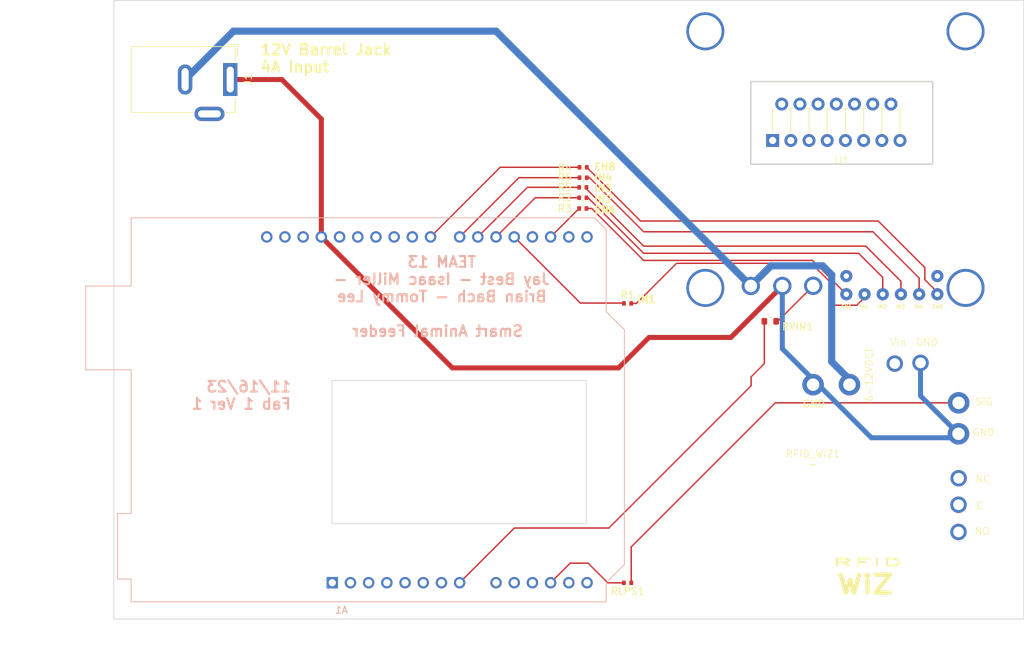
<source format=kicad_pcb>
(kicad_pcb (version 20221018) (generator pcbnew)
  (layers (0 "F.Cu" signal) (31 "B.Cu" signal) (34 "B.Paste" user) (35 "F.Paste" user) (36 "B.SilkS" user "B.Silkscreen") (37 "F.SilkS" user "F.Silkscreen") (38 "B.Mask" user) (39 "F.Mask" user) (44 "Edge.Cuts" user))
  (net 0 "")
  (net 8 "GND")
  (net 15 "Net-(A1-VIN)")
  (net 28 "/Motor voltage 2 -")
  (net 29 "/Motor voltage 2 +")
  (net 31 "Net-(U1-IN1)")
  (net 32 "Net-(A1-D7)")
  (net 33 "Net-(A1-D6)")
  (net 34 "Net-(U1-EnA)")
  (net 35 "Net-(U1-IN2)")
  (net 36 "Net-(U1-IN3)")
  (net 37 "Net-(U1-EnB)")
  (net 38 "Net-(U1-IN4)")
  (net 39 "Net-(A1-D8)")
  (net 41 "Net-(U1-Vs)")
  (net 42 "unconnected-(A1-D12-Pad27)")
  (net 43 "Net-(A1-A3)")
  (net 44 "/12V Power Supply Input; 4A")
  (net 45 "/m ctrl 2")
  (net 46 "/m ctrl 1")
  (net 47 "/enable pin A")
  (net 48 "Net-(RFID_WIZ1-SIG)")
  (net 49 "/Motor voltage 1 -")
  (net 50 "/Motor voltage 1 +")
  (footprint "Connector_BarrelJack:BarrelJack_GCT_DCJ200-10-A_Horizontal" (layer "F.Cu") (at 115.3 23.75 -90)
    (fp_text reference "J1" (at 0 -2.5 90) (layer "F.SilkS"))
    (fp_text value "Barrel_Jack")
    (fp_line (start -4.9 -1) (end -4.9 0.3) (stroke (width 0.12)) (layer "F.SilkS"))
    (fp_line (start -4.6 -0.7) (end -2.6 -0.7) (stroke (width 0.12)) (layer "F.SilkS"))
    (fp_line (start -4.6 13.8) (end -4.6 -0.7) (stroke (width 0.12)) (layer "F.SilkS"))
    (fp_line (start -3.2 -1) (end -4.9 -1) (stroke (width 0.12)) (layer "F.SilkS"))
    (fp_line (start 2.6 -0.7) (end 4.6 -0.7) (stroke (width 0.12)) (layer "F.SilkS"))
    (fp_line (start 4.6 -0.7) (end 4.6 0.6) (stroke (width 0.12)) (layer "F.SilkS"))
    (fp_line (start 4.6 5.2) (end 4.6 13.8) (stroke (width 0.12)) (layer "F.SilkS"))
    (fp_line (start 4.6 13.8) (end -4.6 13.8) (stroke (width 0.12)) (layer "F.SilkS"))
    (pad "1" thru_hole rect (at 0 0 270) (size 4.6 2) (drill oval 3.6 1) (layers "*.Cu" "*.Mask") (net 8 "GND"))
    (pad "2" thru_hole oval (at 0 6.3 270) (size 4.2 2) (drill oval 3.2 1) (layers "*.Cu" "*.Mask") (net 44 "/12V Power Supply Input; 4A"))
    (pad "3" thru_hole oval (at 4.8 2.9 270) (size 2 4.2) (drill oval 1 3.2) (layers "*.Cu" "*.Mask"))
  )
  (footprint "Resistor_SMD:R_0402_1005Metric" (layer "F.Cu") (at 164.51 38.8)
    (fp_text reference "R5" (at -2.51 0) (layer "F.SilkS"))
    (fp_text value "R_US" hide)
    (fp_line (start -0.153641 -0.38) (end 0.153641 -0.38) (stroke (width 0.12)) (layer "F.SilkS"))
    (fp_line (start -0.153641 0.38) (end 0.153641 0.38) (stroke (width 0.12)) (layer "F.SilkS"))
    (pad "1" smd roundrect (at -0.51 0) (size 0.54 0.64) (layers "F.Cu" "F.Paste" "F.Mask") (net 33 "Net-(A1-D6)"))
    (pad "2" smd roundrect (at 0.51 0) (size 0.54 0.64) (layers "F.Cu" "F.Paste" "F.Mask") (net 36 "Net-(U1-IN3)"))
  )
  (footprint "Resistor_SMD:R_0402_1005Metric" (layer "F.Cu") (at 170.76 55)
    (fp_text reference "R1" (at 0 -1.17) (layer "F.SilkS"))
    (fp_text value "R_US" hide)
    (fp_line (start -0.153641 -0.38) (end 0.153641 -0.38) (stroke (width 0.12)) (layer "F.SilkS"))
    (fp_line (start -0.153641 0.38) (end 0.153641 0.38) (stroke (width 0.12)) (layer "F.SilkS"))
    (pad "1" smd roundrect (at -0.51 0) (size 0.54 0.64) (layers "F.Cu" "F.Paste" "F.Mask") (net 46 "/m ctrl 1"))
    (pad "2" smd roundrect (at 0.51 0) (size 0.54 0.64) (layers "F.Cu" "F.Paste" "F.Mask") (net 31 "Net-(U1-IN1)"))
  )
  (footprint "Resistor_SMD:R_0402_1005Metric" (layer "F.Cu") (at 170.76 94 180)
    (fp_text reference "RLPS1" (at 0 -1.17) (layer "F.SilkS"))
    (fp_text value "R_Small_US" hide)
    (fp_line (start -0.153641 -0.38) (end 0.153641 -0.38) (stroke (width 0.12)) (layer "F.SilkS"))
    (fp_line (start -0.153641 0.38) (end 0.153641 0.38) (stroke (width 0.12)) (layer "F.SilkS"))
    (pad "1" smd roundrect (at -0.51 0 180) (size 0.54 0.64) (layers "F.Cu" "F.Paste" "F.Mask") (net 48 "Net-(RFID_WIZ1-SIG)"))
    (pad "2" smd roundrect (at 0.51 0 180) (size 0.54 0.64) (layers "F.Cu" "F.Paste" "F.Mask") (net 43 "Net-(A1-A3)"))
  )
  (footprint "RFID:L298N" (layer "F.Cu") (at 200.66 35.56)
    (fp_text reference "U1" (at 0 -0.5 unlocked) (layer "F.SilkS") (effects (font (thickness 0.1))))
    (fp_text value "L298N")
    (fp_text user "IN4" (at 10.033 20.193 unlocked) (layer "F.SilkS") (effects (font (size 0.5 0.5) (thickness 0.1)) (justify left bottom)))
    (fp_text user "IN2" (at 4.953 20.193 unlocked) (layer "F.SilkS") (effects (font (size 0.5 0.5) (thickness 0.1)) (justify left bottom)))
    (fp_text user "ENA" (at -0.127 20.193 unlocked) (layer "F.SilkS") (effects (font (size 0.5 0.5) (thickness 0.1)) (justify left bottom)))
    (fp_text user "ENB" (at 12.573 20.193 unlocked) (layer "F.SilkS") (effects (font (size 0.5 0.5) (thickness 0.1)) (justify left bottom)))
    (fp_text user "IN1" (at 2.413 20.193 unlocked) (layer "F.SilkS") (effects (font (size 0.5 0.5) (thickness 0.1)) (justify left bottom)))
    (fp_text user "IN3" (at 7.493 20.193 unlocked) (layer "F.SilkS") (effects (font (size 0.5 0.5) (thickness 0.1)) (justify left bottom)))
    (fp_line (start -9.652 -7.761) (end -9.652 -4.352) (stroke (width 0.12)) (layer "F.SilkS"))
    (fp_line (start -7.457 -7.761) (end -6.766 -7.761) (stroke (width 0.12)) (layer "F.SilkS"))
    (fp_line (start -7.112 -7.761) (end -7.112 -4.367) (stroke (width 0.12)) (layer "F.SilkS"))
    (fp_line (start -4.917 -7.761) (end -4.226 -7.761) (stroke (width 0.12)) (layer "F.SilkS"))
    (fp_line (start -4.572 -7.761) (end -4.572 -4.367) (stroke (width 0.12)) (layer "F.SilkS"))
    (fp_line (start -2.377 -7.761) (end -1.686 -7.761) (stroke (width 0.12)) (layer "F.SilkS"))
    (fp_line (start -2.032 -7.761) (end -2.032 -4.367) (stroke (width 0.12)) (layer "F.SilkS"))
    (fp_line (start 0.163 -7.761) (end 0.854 -7.761) (stroke (width 0.12)) (layer "F.SilkS"))
    (fp_line (start 0.508 -7.761) (end 0.508 -4.367) (stroke (width 0.12)) (layer "F.SilkS"))
    (fp_line (start 2.703 -7.761) (end 3.394 -7.761) (stroke (width 0.12)) (layer "F.SilkS"))
    (fp_line (start 3.048 -7.761) (end 3.048 -4.367) (stroke (width 0.12)) (layer "F.SilkS"))
    (fp_line (start 5.243 -7.761) (end 5.934 -7.761) (stroke (width 0.12)) (layer "F.SilkS"))
    (fp_line (start 5.588 -7.761) (end 5.588 -4.367) (stroke (width 0.12)) (layer "F.SilkS"))
    (fp_line (start 8.128 -7.761) (end 8.128 -4.367) (stroke (width 0.12)) (layer "F.SilkS"))
    (pad "1" thru_hole rect (at -9.652 -3.302) (size 1.8 1.8) (drill 1) (layers "*.Cu" "*.Mask"))
    (pad "2" thru_hole oval (at -8.382 -8.382) (size 1.8 1.8) (drill 1) (layers "*.Cu" "*.Mask") (net 49 "/Motor voltage 1 -"))
    (pad "3" thru_hole oval (at -7.112 -3.302) (size 1.8 1.8) (drill 1) (layers "*.Cu" "*.Mask") (net 50 "/Motor voltage 1 +"))
    (pad "4" thru_hole oval (at -5.842 -8.382) (size 1.8 1.8) (drill 1) (layers "*.Cu" "*.Mask"))
    (pad "5" thru_hole oval (at -4.572 -3.302) (size 1.8 1.8) (drill 1) (layers "*.Cu" "*.Mask"))
    (pad "6" thru_hole oval (at -3.302 -8.382) (size 1.8 1.8) (drill 1) (layers "*.Cu" "*.Mask"))
    (pad "7" thru_hole oval (at -2.032 -3.302) (size 1.8 1.8) (drill 1) (layers "*.Cu" "*.Mask"))
    (pad "8" thru_hole oval (at -0.762 -8.382) (size 1.8 1.8) (drill 1) (layers "*.Cu" "*.Mask"))
    (pad "9" thru_hole oval (at 0.508 -3.302) (size 1.8 1.8) (drill 1) (layers "*.Cu" "*.Mask"))
    (pad "10" thru_hole oval (at 1.778 -8.382) (size 1.8 1.8) (drill 1) (layers "*.Cu" "*.Mask"))
    (pad "11" thru_hole oval (at 3.048 -3.302) (size 1.8 1.8) (drill 1) (layers "*.Cu" "*.Mask"))
    (pad "12" thru_hole oval (at 4.318 -8.382) (size 1.8 1.8) (drill 1) (layers "*.Cu" "*.Mask"))
    (pad "13" thru_hole oval (at 5.588 -3.302) (size 1.8 1.8) (drill 1) (layers "*.Cu" "*.Mask") (net 28 "/Motor voltage 2 -"))
    (pad "14" thru_hole oval (at 6.858 -8.382) (size 1.8 1.8) (drill 1) (layers "*.Cu" "*.Mask") (net 29 "/Motor voltage 2 +"))
    (pad "15" thru_hole oval (at 8.128 -3.302) (size 1.8 1.8) (drill 1) (layers "*.Cu" "*.Mask"))
    (pad "23" thru_hole circle (at 0.635 18.161) (size 1.7 1.7) (drill 0.762) (layers "*.Cu" "*.Mask") (net 34 "Net-(U1-EnA)"))
    (pad "24" thru_hole circle (at 0.635 15.621) (size 1.7 1.7) (drill 0.762) (layers "*.Cu" "*.Mask"))
    (pad "25" thru_hole circle (at -19.05 -18.542) (size 5.3 5.3) (drill 4.55) (layers "*.Cu" "*.Mask"))
    (pad "25" thru_hole circle (at -19.05 17.272) (size 5.3 5.3) (drill 4.55) (layers "*.Cu" "*.Mask"))
    (pad "25" thru_hole circle (at 17.272 -18.542) (size 5.3 5.3) (drill 4.55) (layers "*.Cu" "*.Mask"))
    (pad "25" thru_hole circle (at 17.272 17.272) (size 5.3 5.3) (drill 4.5) (layers "*.Cu" "*.Mask"))
    (pad "26" thru_hole circle (at 3.175 18.161) (size 1.7 1.7) (drill 0.762) (layers "*.Cu" "*.Mask") (net 31 "Net-(U1-IN1)"))
    (pad "27" thru_hole circle (at 5.715 18.161) (size 1.7 1.7) (drill 0.762) (layers "*.Cu" "*.Mask") (net 35 "Net-(U1-IN2)"))
    (pad "28" thru_hole circle (at 8.255 18.161) (size 1.7 1.7) (drill 0.762) (layers "*.Cu" "*.Mask") (net 36 "Net-(U1-IN3)"))
    (pad "29" thru_hole circle (at 10.795 18.161) (size 1.7 1.7) (drill 0.762) (layers "*.Cu" "*.Mask") (net 38 "Net-(U1-IN4)"))
    (pad "30" thru_hole circle (at 13.335 18.161) (size 1.7 1.7) (drill 0.762) (layers "*.Cu" "*.Mask") (net 37 "Net-(U1-EnB)"))
    (pad "31" thru_hole circle (at 13.335 15.621) (size 1.7 1.7) (drill 0.762) (layers "*.Cu" "*.Mask"))
    (pad "32" thru_hole circle (at -3.99 16.98) (size 2.55 2.55) (drill 1.75) (layers "*.Cu" "*.Mask") (net 41 "Net-(U1-Vs)"))
    (pad "33" thru_hole circle (at -8.3 17) (size 2.55 2.55) (drill 1.75) (layers "*.Cu" "*.Mask") (net 8 "GND"))
    (pad "34" thru_hole circle (at -12.7 17) (size 2.55 2.55) (drill 1.75) (layers "*.Cu" "*.Mask") (net 44 "/12V Power Supply Input; 4A"))
  )
  (footprint "Resistor_SMD:R_0402_1005Metric" (layer "F.Cu") (at 164.51 41.75)
    (fp_text reference "R3" (at -2.51 0) (layer "F.SilkS"))
    (fp_text value "R_US" hide)
    (fp_line (start -0.153641 -0.38) (end 0.153641 -0.38) (stroke (width 0.12)) (layer "F.SilkS"))
    (fp_line (start -0.153641 0.38) (end 0.153641 0.38) (stroke (width 0.12)) (layer "F.SilkS"))
    (pad "1" smd roundrect (at -0.51 0) (size 0.54 0.64) (layers "F.Cu" "F.Paste" "F.Mask") (net 47 "/enable pin A"))
    (pad "2" smd roundrect (at 0.51 0) (size 0.54 0.64) (layers "F.Cu" "F.Paste" "F.Mask") (net 34 "Net-(U1-EnA)"))
  )
  (footprint "Resistor_SMD:R_0402_1005Metric" (layer "F.Cu") (at 164.51 40.25)
    (fp_text reference "R2" (at -2.51 -0.05) (layer "F.SilkS"))
    (fp_text value "R_US" hide)
    (fp_line (start -0.153641 -0.38) (end 0.153641 -0.38) (stroke (width 0.12)) (layer "F.SilkS"))
    (fp_line (start -0.153641 0.38) (end 0.153641 0.38) (stroke (width 0.12)) (layer "F.SilkS"))
    (pad "1" smd roundrect (at -0.51 0) (size 0.54 0.64) (layers "F.Cu" "F.Paste" "F.Mask") (net 45 "/m ctrl 2"))
    (pad "2" smd roundrect (at 0.51 0) (size 0.54 0.64) (layers "F.Cu" "F.Paste" "F.Mask") (net 35 "Net-(U1-IN2)"))
  )
  (footprint "RFID:RFID_WIZ" (layer "F.Cu") (at 196.65 76.5)
    (fp_text reference "RFID_WIZ1" (at 0 -0.5 unlocked) (layer "F.SilkS") (effects (font (thickness 0.1))))
    (fp_text value "~" (at 0 1 unlocked) (layer "F.SilkS"))
    (fp_text user "GND" (at -1.5 -6.9 unlocked) (layer "F.SilkS") (effects (justify left bottom)))
    (fp_text user "GND" (at 14.3 -15.5 unlocked) (layer "F.SilkS") (effects (font (thickness 0.1)) (justify left bottom)))
    (fp_text user "WiZ" (at 7.3 19.2 unlocked) (layer "F.SilkS") (effects (font (size 2.5 3) (thickness 0.6) bold) (justify bottom)))
    (fp_text user "NO" (at 22.5 10.9 unlocked) (layer "F.SilkS") (effects (font (thickness 0.1)) (justify left bottom)))
    (fp_text user "NC" (at 22.6 3.6 unlocked) (layer "F.SilkS") (effects (font (thickness 0.1)) (justify left bottom)))
    (fp_text user "C" (at 22.7 7.3 unlocked) (layer "F.SilkS") (effects (font (thickness 0.1)) (justify left bottom)))
    (fp_text user "6-12VDC!" (at 8.4 -7.7 90 unlocked) (layer "F.SilkS") (effects (font (thickness 0.1)) (justify left bottom)))
    (fp_text user "Vin" (at 10.7 -15.5 unlocked) (layer "F.SilkS") (effects (font (thickness 0.1)) (justify left bottom)))
    (fp_text user "RFID" (at 7.62 15.24 unlocked) (layer "F.SilkS") (effects (font (size 1 3) (thickness 0.25) bold) (justify bottom)))
    (fp_text user "GND" (at 22.2 -2.9 unlocked) (layer "F.SilkS") (effects (font (thickness 0.1)) (justify left bottom)))
    (fp_text user "SIG" (at 22.6 -7.2 unlocked) (layer "F.SilkS") (effects (font (thickness 0.1)) (justify left bottom)))
    (pad "" np_thru_hole circle (at -20.2 -12.8) (size 5 5) (drill 5) (layers "F&B.Cu" "*.Mask"))
    (pad "" np_thru_hole circle (at -20.2 15.6) (size 5 5) (drill 5) (layers "F&B.Cu" "*.Mask"))
    (pad "" np_thru_hole circle (at 20.6 16) (size 5 5) (drill 5) (layers "F&B.Cu" "*.Mask"))
    (pad "" np_thru_hole circle (at 21.3 -13.6) (size 5 5) (drill 5) (layers "F&B.Cu" "*.Mask"))
    (pad "1" thru_hole circle (at 20.3 10.4) (size 2.286 2.286) (drill 1.5) (layers "*.Cu" "*.Mask"))
    (pad "2" thru_hole circle (at 20.3 6.6) (size 2.286 2.286) (drill 1.5) (layers "*.Cu" "*.Mask"))
    (pad "3" thru_hole circle (at 20.32 2.9) (size 2.286 2.286) (drill 1.5) (layers "*.Cu" "*.Mask"))
    (pad "4" thru_hole circle (at 20.3 -3.3) (size 3 3) (drill 1.75) (layers "*.Cu" "*.Mask") (net 8 "GND"))
    (pad "5" thru_hole circle (at 20.32 -7.62) (size 3 3) (drill 1.75) (layers "*.Cu" "*.Mask") (net 48 "Net-(RFID_WIZ1-SIG)"))
    (pad "6" thru_hole circle (at 15 -13.2) (size 2.286 2.286) (drill 1.5) (layers "*.Cu" "*.Mask") (net 8 "GND"))
    (pad "7" thru_hole circle (at 11.4 -13.1) (size 2.286 2.286) (drill 1.5) (layers "*.Cu" "*.Mask"))
    (pad "8" thru_hole circle (at 5.08 -10.16) (size 3 3) (drill 1.75) (layers "*.Cu" "*.Mask") (net 44 "/12V Power Supply Input; 4A"))
    (pad "9" thru_hole circle (at 0 -10.16) (size 3 3) (drill 1.75) (layers "*.Cu" "*.Mask") (net 8 "GND"))
  )
  (footprint "Resistor_SMD:R_0402_1005Metric" (layer "F.Cu") (at 164.56 36)
    (fp_text reference "R4" (at -2.56 0.1) (layer "F.SilkS"))
    (fp_text value "R_US" hide)
    (fp_line (start -0.153641 -0.38) (end 0.153641 -0.38) (stroke (width 0.12)) (layer "F.SilkS"))
    (fp_line (start -0.153641 0.38) (end 0.153641 0.38) (stroke (width 0.12)) (layer "F.SilkS"))
    (pad "1" smd roundrect (at -0.51 0) (size 0.54 0.64) (layers "F.Cu" "F.Paste" "F.Mask") (net 39 "Net-(A1-D8)"))
    (pad "2" smd roundrect (at 0.51 0) (size 0.54 0.64) (layers "F.Cu" "F.Paste" "F.Mask") (net 37 "Net-(U1-EnB)"))
  )
  (footprint "Resistor_SMD:R_0402_1005Metric" (layer "F.Cu") (at 164.56 37.45)
    (fp_text reference "R6" (at -2.56 -0.05) (layer "F.SilkS"))
    (fp_text value "R_US" hide)
    (fp_line (start -0.153641 -0.38) (end 0.153641 -0.38) (stroke (width 0.12)) (layer "F.SilkS"))
    (fp_line (start -0.153641 0.38) (end 0.153641 0.38) (stroke (width 0.12)) (layer "F.SilkS"))
    (pad "1" smd roundrect (at -0.51 0) (size 0.54 0.64) (layers "F.Cu" "F.Paste" "F.Mask") (net 32 "Net-(A1-D7)"))
    (pad "2" smd roundrect (at 0.51 0) (size 0.54 0.64) (layers "F.Cu" "F.Paste" "F.Mask") (net 38 "Net-(U1-IN4)"))
  )
  (footprint "Resistor_SMD:R_0603_1608Metric" (layer "F.Cu") (at 190.675 57.5)
    (fp_text reference "RVIN1" (at 3.825 0.75) (layer "F.SilkS"))
    (fp_text value "R_US" hide)
    (fp_line (start -0.237258 -0.5225) (end 0.237258 -0.5225) (stroke (width 0.12)) (layer "F.SilkS"))
    (fp_line (start -0.237258 0.5225) (end 0.237258 0.5225) (stroke (width 0.12)) (layer "F.SilkS"))
    (pad "1" smd roundrect (at -0.825 0) (size 0.8 0.95) (layers "F.Cu" "F.Paste" "F.Mask") (net 15 "Net-(A1-VIN)"))
    (pad "2" smd roundrect (at 0.825 0) (size 0.8 0.95) (layers "F.Cu" "F.Paste" "F.Mask") (net 41 "Net-(U1-Vs)"))
  )
  (footprint "Module:Arduino_UNO_R3_WithMountingHoles" (layer "B.Cu") (at 129.54 93.98)
    (fp_text reference "A1" (at 1.27 3.81 180) (layer "B.SilkS") (effects (justify mirror)))
    (fp_text value "Arduino_UNO_R3")
    (fp_line (start -34.42 -41.4) (end -28.07 -41.4) (stroke (width 0.12)) (layer "B.SilkS"))
    (fp_line (start -34.42 -29.72) (end -34.42 -41.4) (stroke (width 0.12)) (layer "B.SilkS"))
    (fp_line (start -29.97 -9.65) (end -28.07 -9.65) (stroke (width 0.12)) (layer "B.SilkS"))
    (fp_line (start -29.97 -0.51) (end -29.97 -9.65) (stroke (width 0.12)) (layer "B.SilkS"))
    (fp_line (start -28.07 -50.93) (end 36.58 -50.93) (stroke (width 0.12)) (layer "B.SilkS"))
    (fp_line (start -28.07 -41.4) (end -28.07 -50.93) (stroke (width 0.12)) (layer "B.SilkS"))
    (fp_line (start -28.07 -29.72) (end -34.42 -29.72) (stroke (width 0.12)) (layer "B.SilkS"))
    (fp_line (start -28.07 -9.65) (end -28.07 -29.72) (stroke (width 0.12)) (layer "B.SilkS"))
    (fp_line (start -28.07 -0.51) (end -29.97 -0.51) (stroke (width 0.12)) (layer "B.SilkS"))
    (fp_line (start -28.07 2.67) (end -28.07 -0.51) (stroke (width 0.12)) (layer "B.SilkS"))
    (fp_line (start 36.58 -50.93) (end 38.23 -49.28) (stroke (width 0.12)) (layer "B.SilkS"))
    (fp_line (start 38.23 -49.28) (end 38.23 -37.85) (stroke (width 0.12)) (layer "B.SilkS"))
    (fp_line (start 38.23 -37.85) (end 40.77 -35.31) (stroke (width 0.12)) (layer "B.SilkS"))
    (fp_line (start 38.23 0) (end 38.23 2.67) (stroke (width 0.12)) (layer "B.SilkS"))
    (fp_line (start 38.23 2.67) (end -28.07 2.67) (stroke (width 0.12)) (layer "B.SilkS"))
    (fp_line (start 40.77 -35.31) (end 40.77 -2.54) (stroke (width 0.12)) (layer "B.SilkS"))
    (fp_line (start 40.77 -2.54) (end 38.23 0) (stroke (width 0.12)) (layer "B.SilkS"))
    (pad "" np_thru_hole circle (at -13.97 0 270) (size 3.2 3.2) (drill 3.2) (layers "*.Cu" "*.Mask"))
    (pad "" np_thru_hole circle (at -12.7 -48.26 270) (size 3.2 3.2) (drill 3.2) (layers "*.Cu" "*.Mask"))
    (pad "" np_thru_hole circle (at 38.1 -33.02 270) (size 3.2 3.2) (drill 3.2) (layers "*.Cu" "*.Mask"))
    (pad "" np_thru_hole circle (at 38.1 -5.08 270) (size 3.2 3.2) (drill 3.2) (layers "*.Cu" "*.Mask"))
    (pad "1" thru_hole rect (at 0 0 270) (size 1.6 1.6) (drill 1) (layers "*.Cu" "*.Mask"))
    (pad "2" thru_hole oval (at 2.54 0 270) (size 1.6 1.6) (drill 1) (layers "*.Cu" "*.Mask"))
    (pad "3" thru_hole oval (at 5.08 0 270) (size 1.6 1.6) (drill 1) (layers "*.Cu" "*.Mask"))
    (pad "4" thru_hole oval (at 7.62 0 270) (size 1.6 1.6) (drill 1) (layers "*.Cu" "*.Mask"))
    (pad "5" thru_hole oval (at 10.16 0 270) (size 1.6 1.6) (drill 1) (layers "*.Cu" "*.Mask"))
    (pad "6" thru_hole oval (at 12.7 0 270) (size 1.6 1.6) (drill 1) (layers "*.Cu" "*.Mask"))
    (pad "7" thru_hole oval (at 15.24 0 270) (size 1.6 1.6) (drill 1) (layers "*.Cu" "*.Mask"))
    (pad "8" thru_hole oval (at 17.78 0 270) (size 1.6 1.6) (drill 1) (layers "*.Cu" "*.Mask") (net 15 "Net-(A1-VIN)"))
    (pad "9" thru_hole oval (at 22.86 0 270) (size 1.6 1.6) (drill 1) (layers "*.Cu" "*.Mask"))
    (pad "10" thru_hole oval (at 25.4 0 270) (size 1.6 1.6) (drill 1) (layers "*.Cu" "*.Mask"))
    (pad "11" thru_hole oval (at 27.94 0 270) (size 1.6 1.6) (drill 1) (layers "*.Cu" "*.Mask"))
    (pad "12" thru_hole oval (at 30.48 0 270) (size 1.6 1.6) (drill 1) (layers "*.Cu" "*.Mask") (net 43 "Net-(A1-A3)"))
    (pad "13" thru_hole oval (at 33.02 0 270) (size 1.6 1.6) (drill 1) (layers "*.Cu" "*.Mask"))
    (pad "14" thru_hole oval (at 35.56 0 270) (size 1.6 1.6) (drill 1) (layers "*.Cu" "*.Mask"))
    (pad "15" thru_hole oval (at 35.56 -48.26 270) (size 1.6 1.6) (drill 1) (layers "*.Cu" "*.Mask"))
    (pad "16" thru_hole oval (at 33.02 -48.26 270) (size 1.6 1.6) (drill 1) (layers "*.Cu" "*.Mask"))
    (pad "17" thru_hole oval (at 30.48 -48.26 270) (size 1.6 1.6) (drill 1) (layers "*.Cu" "*.Mask") (net 47 "/enable pin A"))
    (pad "18" thru_hole oval (at 27.94 -48.26 270) (size 1.6 1.6) (drill 1) (layers "*.Cu" "*.Mask"))
    (pad "19" thru_hole oval (at 25.4 -48.26 270) (size 1.6 1.6) (drill 1) (layers "*.Cu" "*.Mask") (net 46 "/m ctrl 1"))
    (pad "20" thru_hole oval (at 22.86 -48.26 270) (size 1.6 1.6) (drill 1) (layers "*.Cu" "*.Mask") (net 45 "/m ctrl 2"))
    (pad "21" thru_hole oval (at 20.32 -48.26 270) (size 1.6 1.6) (drill 1) (layers "*.Cu" "*.Mask") (net 33 "Net-(A1-D6)"))
    (pad "22" thru_hole oval (at 17.78 -48.26 270) (size 1.6 1.6) (drill 1) (layers "*.Cu" "*.Mask") (net 32 "Net-(A1-D7)"))
    (pad "23" thru_hole oval (at 13.72 -48.26 270) (size 1.6 1.6) (drill 1) (layers "*.Cu" "*.Mask") (net 39 "Net-(A1-D8)"))
    (pad "24" thru_hole oval (at 11.18 -48.26 270) (size 1.6 1.6) (drill 1) (layers "*.Cu" "*.Mask"))
    (pad "25" thru_hole oval (at 8.64 -48.26 270) (size 1.6 1.6) (drill 1) (layers "*.Cu" "*.Mask"))
    (pad "26" thru_hole oval (at 6.1 -48.26 270) (size 1.6 1.6) (drill 1) (layers "*.Cu" "*.Mask"))
    (pad "27" thru_hole oval (at 3.56 -48.26 270) (size 1.6 1.6) (drill 1) (layers "*.Cu" "*.Mask") (net 42 "unconnected-(A1-D12-Pad27)"))
    (pad "28" thru_hole oval (at 1.02 -48.26 270) (size 1.6 1.6) (drill 1) (layers "*.Cu" "*.Mask"))
    (pad "29" thru_hole oval (at -1.52 -48.26 270) (size 1.6 1.6) (drill 1) (layers "*.Cu" "*.Mask") (net 8 "GND"))
    (pad "30" thru_hole oval (at -4.06 -48.26 270) (size 1.6 1.6) (drill 1) (layers "*.Cu" "*.Mask"))
    (pad "31" thru_hole oval (at -6.6 -48.26 270) (size 1.6 1.6) (drill 1) (layers "*.Cu" "*.Mask"))
    (pad "32" thru_hole oval (at -9.14 -48.26 270) (size 1.6 1.6) (drill 1) (layers "*.Cu" "*.Mask"))
  )
  (gr_rect (start 99.06 12.7) (end 226.06 99.06) (stroke (width 0.1)) (fill none) (layer "Edge.Cuts"))
  (gr_rect (start 187.96 24.03) (end 213.36 35.56) (stroke (width 0.2)) (fill none) (layer "Edge.Cuts"))
  (gr_rect (start 129.5 65.75) (end 165 85.75) (stroke (width 0.1)) (fill none) (layer "Edge.Cuts"))
  (gr_text "11/16/23\nFab 1 Ver 1 \n" (at 123.93 69.91) (layer "B.SilkS") (effects (font (size 1.5 1.5) (thickness 0.3) bold) (justify left bottom mirror)))
  (gr_text "TEAM 13 \nJay Best - Isaac Miller - \nBrian Bach - Tommy Lee \n\nSmart Animal Feeder" (at 144.25 59.75) (layer "B.SilkS") (effects (font (size 1.5 1.5) (thickness 0.3) bold) (justify bottom mirror)))
  (gr_text "IN2" (at 166 41) (layer "F.SilkS") (effects (font (size 1 1) (thickness 0.2) bold) (justify left bottom)))
  (gr_text "IN1\n" (at 172 55) (layer "F.SilkS") (effects (font (size 1 1) (thickness 0.25) bold) (justify left bottom)))
  (gr_text "ENB" (at 166 36.5) (layer "F.SilkS") (effects (font (size 1 1) (thickness 0.2) bold) (justify left bottom)))
  (gr_text "ENA" (at 166 42.5) (layer "F.SilkS") (effects (font (size 1 1) (thickness 0.25) bold) (justify left bottom)))
  (gr_text "IN3" (at 166 39.5) (layer "F.SilkS") (effects (font (size 1 1) (thickness 0.2) bold) (justify left bottom)))
  (gr_text "IN4" (at 166 38) (layer "F.SilkS") (effects (font (size 1 1) (thickness 0.2) bold) (justify left bottom)))
  (gr_text "12V Barrel Jack\n4A Input\n" (at 119.38 22.86) (layer "F.SilkS") (effects (font (size 1.5 1.5) (thickness 0.3) bold) (justify left bottom)))
  (segment (start 192.36 52.56) (end 185.17 59.75) (width 0.7) (layer "F.Cu") (net 8))
  (segment (start 169.5 64) (end 146.3 64) (width 0.7) (layer "F.Cu") (net 8))
  (segment (start 122.5 23.75) (end 115.3 23.75) (width 0.7) (layer "F.Cu") (net 8))
  (segment (start 128.02 29.27) (end 128.02 45.72) (width 0.7) (layer "F.Cu") (net 8))
  (segment (start 173.75 59.75) (end 169.5 64) (width 0.7) (layer "F.Cu") (net 8))
  (segment (start 185.17 59.75) (end 173.75 59.75) (width 0.7) (layer "F.Cu") (net 8))
  (segment (start 128.02 29.27) (end 122.5 23.75) (width 0.7) (layer "F.Cu") (net 8))
  (segment (start 146.3 64) (end 128.02 45.72) (width 0.7) (layer "F.Cu") (net 8))
  (segment (start 211.65 67.9) (end 216.95 73.2) (width 0.7) (layer "B.Cu") (net 8))
  (segment (start 216.4 73.75) (end 204.79 73.75) (width 0.7) (layer "B.Cu") (net 8))
  (segment (start 192.36 52.56) (end 192.36 61.32) (width 0.7) (layer "B.Cu") (net 8))
  (segment (start 216.95 73.2) (end 216.4 73.75) (width 0.7) (layer "B.Cu") (net 8))
  (segment (start 204.79 73.75) (end 197.93 66.89) (width 0.7) (layer "B.Cu") (net 8))
  (segment (start 192.36 61.32) (end 197.93 66.89) (width 0.7) (layer "B.Cu") (net 8))
  (segment (start 211.65 63.3) (end 211.65 67.9) (width 0.7) (layer "B.Cu") (net 8))
  (segment (start 154.95 86.35) (end 147.32 93.98) (width 0.2) (layer "F.Cu") (net 15))
  (segment (start 189.85 63.4) (end 188 65.25) (width 0.2) (layer "F.Cu") (net 15))
  (segment (start 188 66.5) (end 168.15 86.35) (width 0.2) (layer "F.Cu") (net 15))
  (segment (start 189.85 57.5) (end 189.85 63.4) (width 0.2) (layer "F.Cu") (net 15))
  (segment (start 168.15 86.35) (end 154.95 86.35) (width 0.2) (layer "F.Cu") (net 15))
  (segment (start 188 65.25) (end 188 66.5) (width 0.2) (layer "F.Cu") (net 15))
  (segment (start 199 55.25) (end 199 51.991686) (width 0.2) (layer "F.Cu") (net 31))
  (segment (start 199 51.991686) (end 196.408314 49.4) (width 0.2) (layer "F.Cu") (net 31))
  (segment (start 177.6 49.4) (end 172 55) (width 0.2) (layer "F.Cu") (net 31))
  (segment (start 203.835 54.165) (end 202.75 55.25) (width 0.2) (layer "F.Cu") (net 31))
  (segment (start 202.75 55.25) (end 199 55.25) (width 0.2) (layer "F.Cu") (net 31))
  (segment (start 172 55) (end 171.1 55) (width 0.2) (layer "F.Cu") (net 31))
  (segment (start 203.835 53.721) (end 203.835 54.165) (width 0.2) (layer "F.Cu") (net 31))
  (segment (start 196.408314 49.4) (end 177.6 49.4) (width 0.2) (layer "F.Cu") (net 31))
  (segment (start 164.05 37.45) (end 155.59 37.45) (width 0.2) (layer "F.Cu") (net 32))
  (segment (start 155.59 37.45) (end 147.32 45.72) (width 0.2) (layer "F.Cu") (net 32))
  (segment (start 156.78 38.8) (end 149.86 45.72) (width 0.2) (layer "F.Cu") (net 33))
  (segment (start 164 38.8) (end 156.78 38.8) (width 0.2) (layer "F.Cu") (net 33))
  (segment (start 196.574 49) (end 173 49) (width 0.2) (layer "F.Cu") (net 34))
  (segment (start 165.75 41.75) (end 165.02 41.75) (width 0.2) (layer "F.Cu") (net 34))
  (segment (start 173 49) (end 165.75 41.75) (width 0.2) (layer "F.Cu") (net 34))
  (segment (start 201.295 53.721) (end 196.574 49) (width 0.2) (layer "F.Cu") (net 34))
  (segment (start 165.25 40.25) (end 165.02 40.25) (width 0.2) (layer "F.Cu") (net 35))
  (segment (start 173 48) (end 165.25 40.25) (width 0.2) (layer "F.Cu") (net 35))
  (segment (start 206.375 53.721) (end 206.375 51.375) (width 0.2) (layer "F.Cu") (net 35))
  (segment (start 203 48) (end 173 48) (width 0.2) (layer "F.Cu") (net 35))
  (segment (start 206.375 51.375) (end 203 48) (width 0.2) (layer "F.Cu") (net 35))
  (segment (start 208.915 51.915) (end 204 47) (width 0.2) (layer "F.Cu") (net 36))
  (segment (start 173 47) (end 165.02 39.02) (width 0.2) (layer "F.Cu") (net 36))
  (segment (start 204 47) (end 173 47) (width 0.2) (layer "F.Cu") (net 36))
  (segment (start 208.915 53.721) (end 208.915 51.915) (width 0.2) (layer "F.Cu") (net 36))
  (segment (start 165.02 39.02) (end 165.02 38.8) (width 0.2) (layer "F.Cu") (net 36))
  (segment (start 212.25 51.684314) (end 212.25 50) (width 0.2) (layer "F.Cu") (net 37))
  (segment (start 213.995 53.721) (end 213.995 53.429314) (width 0.2) (layer "F.Cu") (net 37))
  (segment (start 172.57 43.5) (end 165.07 36) (width 0.2) (layer "F.Cu") (net 37))
  (segment (start 212.25 50) (end 205.75 43.5) (width 0.2) (layer "F.Cu") (net 37))
  (segment (start 213.995 53.429314) (end 212.25 51.684314) (width 0.2) (layer "F.Cu") (net 37))
  (segment (start 205.75 43.5) (end 172.57 43.5) (width 0.2) (layer "F.Cu") (net 37))
  (segment (start 211.455 51.455) (end 205 45) (width 0.2) (layer "F.Cu") (net 38))
  (segment (start 173 45) (end 165.45 37.45) (width 0.2) (layer "F.Cu") (net 38))
  (segment (start 211.455 53.721) (end 211.455 51.455) (width 0.2) (layer "F.Cu") (net 38))
  (segment (start 165.45 37.45) (end 165.07 37.45) (width 0.2) (layer "F.Cu") (net 38))
  (segment (start 205 45) (end 173 45) (width 0.2) (layer "F.Cu") (net 38))
  (segment (start 164.05 36) (end 152.98 36) (width 0.2) (layer "F.Cu") (net 39))
  (segment (start 152.98 36) (end 143.26 45.72) (width 0.2) (layer "F.Cu") (net 39))
  (segment (start 196.67 52.54) (end 191.71 57.5) (width 0.2) (layer "F.Cu") (net 41))
  (segment (start 133 45.62) (end 133.1 45.72) (width 0.2) (layer "F.Cu") (net 42))
  (segment (start 168 94) (end 165.25 91.25) (width 0.2) (layer "F.Cu") (net 43))
  (segment (start 170.25 94) (end 168 94) (width 0.2) (layer "F.Cu") (net 43))
  (segment (start 162.75 91.25) (end 160.02 93.98) (width 0.2) (layer "F.Cu") (net 43))
  (segment (start 165.25 91.25) (end 162.75 91.25) (width 0.2) (layer "F.Cu") (net 43))
  (segment (start 201.73 65.61) (end 199.25 63.13) (width 1) (layer "B.Cu") (net 44))
  (segment (start 115.75 17) (end 152.4 17) (width 1) (layer "B.Cu") (net 44))
  (segment (start 199.25 51) (end 198 49.75) (width 1) (layer "B.Cu") (net 44))
  (segment (start 201.73 66.34) (end 201.73 65.61) (width 1) (layer "B.Cu") (net 44))
  (segment (start 152.4 17) (end 187.677157 52.277157) (width 1) (layer "B.Cu") (net 44))
  (segment (start 190.77 49.75) (end 187.96 52.56) (width 1) (layer "B.Cu") (net 44))
  (segment (start 199.25 63.13) (end 199.25 51) (width 1) (layer "B.Cu") (net 44))
  (segment (start 198 49.75) (end 190.77 49.75) (width 1) (layer "B.Cu") (net 44))
  (segment (start 109 23.75) (end 115.75 17) (width 1) (layer "B.Cu") (net 44))
  (segment (start 157.87 40.25) (end 152.4 45.72) (width 0.2) (layer "F.Cu") (net 45))
  (segment (start 164 40.25) (end 157.87 40.25) (width 0.2) (layer "F.Cu") (net 45))
  (segment (start 164.17 54.95) (end 170.1 54.95) (width 0.2) (layer "F.Cu") (net 46))
  (segment (start 154.94 45.72) (end 164.17 54.95) (width 0.2) (layer "F.Cu") (net 46))
  (segment (start 164 41.75) (end 163.99 41.75) (width 0.2) (layer "F.Cu") (net 47))
  (segment (start 163.99 41.75) (end 160.02 45.72) (width 0.2) (layer "F.Cu") (net 47))
  (segment (start 191.37 68.88) (end 171.25 89) (width 0.2) (layer "F.Cu") (net 48))
  (segment (start 171.27 89.02) (end 171.27 94) (width 0.2) (layer "F.Cu") (net 48))
  (segment (start 216.97 68.88) (end 191.37 68.88) (width 0.2) (layer "F.Cu") (net 48))
  (segment (start 171.25 89) (end 171.27 89.02) (width 0.2) (layer "F.Cu") (net 48))
)
</source>
